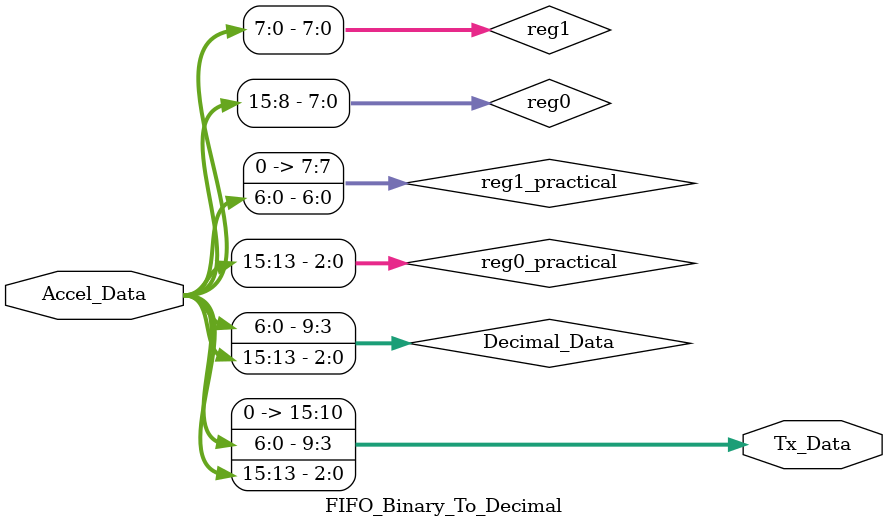
<source format=v>
`timescale 1ns / 1ps
/*
This module does the first part of the Binary to Decimal module; it rearranges the 16-bit (10-bit usable) acceleration data into
the correct order. The module gets synthesized away (since it is only wire assignments), but it is used as a module for design readability.
See "Binary_to_Decimal.v" for details
*/


module FIFO_Binary_To_Decimal(      
    
    input [15:0] Accel_Data,
    output wire [15:0] Tx_Data

    );

    wire [9:0] Decimal_Data;
    
    wire [2:0] reg0_practical;
    wire [7:0] reg1_practical;
    
    wire [7:0] reg0;                                    
    wire [7:0] reg1;
    
    assign reg0 = Accel_Data [15:8];
    assign reg1 = Accel_Data [7:0];
    
    assign reg0_practical[2:0] = reg0[7:5];
    assign reg1_practical = reg1[6:0];
    
    assign Decimal_Data [9:3] = reg1_practical;
    assign Decimal_Data [2:0] = reg0_practical;
    
    assign Tx_Data [15:10] = 6'b000000;
    assign Tx_Data [9:0] = Decimal_Data;

endmodule

</source>
